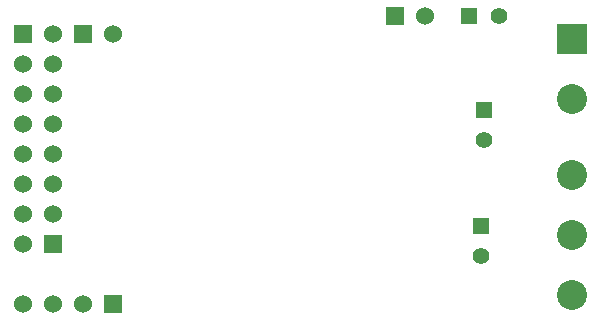
<source format=gbs>
G04 (created by PCBNEW (2013-07-07 BZR 4022)-stable) date 15/08/2017 00:06:55*
%MOIN*%
G04 Gerber Fmt 3.4, Leading zero omitted, Abs format*
%FSLAX34Y34*%
G01*
G70*
G90*
G04 APERTURE LIST*
%ADD10C,0.00590551*%
%ADD11R,0.06X0.06*%
%ADD12C,0.06*%
%ADD13R,0.055X0.055*%
%ADD14C,0.055*%
%ADD15C,0.1*%
%ADD16R,0.1X0.1*%
G04 APERTURE END LIST*
G54D10*
G54D11*
X25500Y-10250D03*
G54D12*
X26500Y-10250D03*
X25500Y-11250D03*
X26500Y-11250D03*
X25500Y-12250D03*
X26500Y-12250D03*
X25500Y-13250D03*
X26500Y-13250D03*
G54D11*
X26500Y-17250D03*
G54D12*
X25500Y-17250D03*
X26500Y-16250D03*
X25500Y-16250D03*
X26500Y-15250D03*
X25500Y-15250D03*
X26500Y-14250D03*
X25500Y-14250D03*
G54D11*
X28500Y-19250D03*
G54D12*
X27500Y-19250D03*
X26500Y-19250D03*
X25500Y-19250D03*
G54D11*
X27500Y-10250D03*
G54D12*
X28500Y-10250D03*
G54D11*
X37885Y-9645D03*
G54D12*
X38885Y-9645D03*
G54D13*
X40846Y-12787D03*
G54D14*
X40846Y-13787D03*
G54D13*
X40346Y-9645D03*
G54D14*
X41346Y-9645D03*
G54D13*
X40748Y-16625D03*
G54D14*
X40748Y-17625D03*
G54D15*
X43799Y-14929D03*
X43799Y-16929D03*
X43799Y-18929D03*
G54D16*
X43799Y-10417D03*
G54D15*
X43799Y-12417D03*
M02*

</source>
